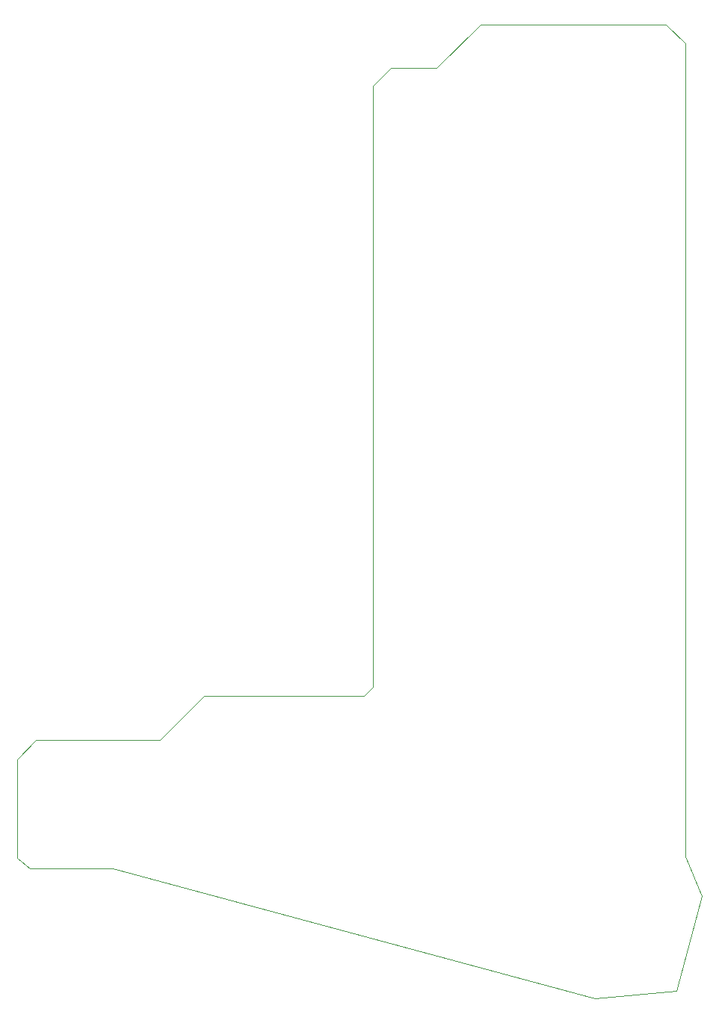
<source format=gbr>
G04 #@! TF.GenerationSoftware,KiCad,Pcbnew,(5.1.4)-1*
G04 #@! TF.CreationDate,2023-09-09T05:32:15-04:00*
G04 #@! TF.ProjectId,ThumbsUp,5468756d-6273-4557-902e-6b696361645f,rev?*
G04 #@! TF.SameCoordinates,Original*
G04 #@! TF.FileFunction,Profile,NP*
%FSLAX46Y46*%
G04 Gerber Fmt 4.6, Leading zero omitted, Abs format (unit mm)*
G04 Created by KiCad (PCBNEW (5.1.4)-1) date 2023-09-09 05:32:15*
%MOMM*%
%LPD*%
G04 APERTURE LIST*
%ADD10C,0.050000*%
G04 APERTURE END LIST*
D10*
X93900000Y-440600000D02*
X94900000Y-439600000D01*
X75800000Y-440600000D02*
X70800000Y-445600000D01*
X93900000Y-440600000D02*
X75800000Y-440600000D01*
X96975000Y-369425000D02*
X102140000Y-369425000D01*
X102140000Y-369425000D02*
X107100000Y-364462952D01*
X94932790Y-392712952D02*
X94932790Y-373662952D01*
X130314797Y-373110158D02*
X130314797Y-366610158D01*
X94932790Y-373662952D02*
X94932790Y-371462952D01*
X70800000Y-445600000D02*
X56700000Y-445600000D01*
X130314797Y-392160158D02*
X130314797Y-373110158D01*
X94932790Y-392712952D02*
X94900000Y-439600000D01*
X129254192Y-474050399D02*
X120032789Y-474912952D01*
X130313464Y-393918708D02*
X130314797Y-392160158D01*
X130334214Y-458838116D02*
X130321847Y-451519862D01*
X65232790Y-460212952D02*
X65432790Y-460212952D01*
X129254192Y-474050399D02*
X132132325Y-463288599D01*
X130339205Y-433490533D02*
X130327669Y-450500233D01*
X130334214Y-458838116D02*
X132132325Y-463288599D01*
X130321847Y-451519862D02*
X130327669Y-450500233D01*
X65232790Y-460212952D02*
X56032790Y-460212952D01*
X120032789Y-474912952D02*
X65432790Y-460212952D01*
X54632790Y-447800000D02*
X56700000Y-445600000D01*
X96975000Y-369425000D02*
X94932790Y-371462952D01*
X54632790Y-447800000D02*
X54632789Y-459012952D01*
X130313464Y-393918708D02*
X130339205Y-433490533D01*
X107100000Y-364462952D02*
X128132789Y-364462952D01*
X130314797Y-366610158D02*
X128132789Y-364462952D01*
X54632789Y-459012952D02*
X56032790Y-460212952D01*
M02*

</source>
